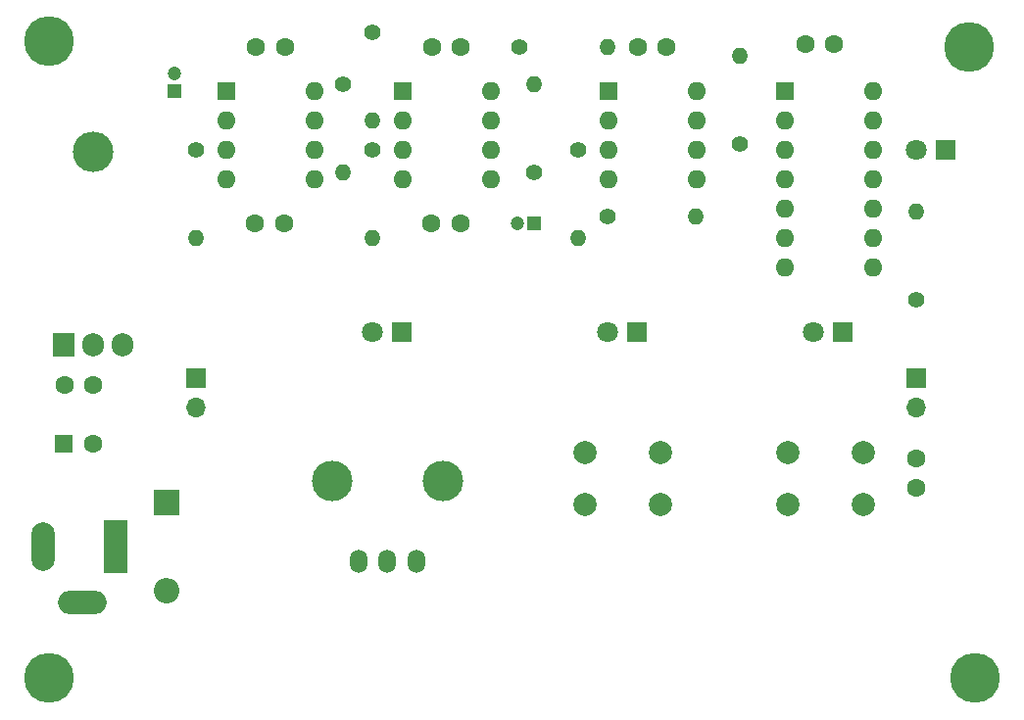
<source format=gts>
%TF.GenerationSoftware,KiCad,Pcbnew,6.99.0-unknown-38bd612c01~148~ubuntu21.10.1*%
%TF.CreationDate,2022-03-28T19:56:38+02:00*%
%TF.ProjectId,clockmodule,636c6f63-6b6d-46f6-9475-6c652e6b6963,rev?*%
%TF.SameCoordinates,PX47868c0PY17d7840*%
%TF.FileFunction,Soldermask,Top*%
%TF.FilePolarity,Negative*%
%FSLAX46Y46*%
G04 Gerber Fmt 4.6, Leading zero omitted, Abs format (unit mm)*
G04 Created by KiCad (PCBNEW 6.99.0-unknown-38bd612c01~148~ubuntu21.10.1) date 2022-03-28 19:56:38*
%MOMM*%
%LPD*%
G01*
G04 APERTURE LIST*
%ADD10C,1.400000*%
%ADD11O,1.400000X1.400000*%
%ADD12C,2.000000*%
%ADD13O,3.500000X3.500000*%
%ADD14R,1.905000X2.000000*%
%ADD15O,1.905000X2.000000*%
%ADD16R,1.200000X1.200000*%
%ADD17C,1.200000*%
%ADD18R,1.800000X1.800000*%
%ADD19C,1.800000*%
%ADD20C,4.300000*%
%ADD21C,1.600000*%
%ADD22R,2.000000X4.600000*%
%ADD23O,2.000000X4.200000*%
%ADD24O,4.200000X2.000000*%
%ADD25R,1.600000X1.600000*%
%ADD26O,1.600000X1.600000*%
%ADD27R,1.700000X1.700000*%
%ADD28O,1.700000X1.700000*%
%ADD29C,3.500000*%
%ADD30O,1.500000X2.000000*%
%ADD31R,2.200000X2.200000*%
%ADD32O,2.200000X2.200000*%
G04 APERTURE END LIST*
D10*
%TO.C,R9*%
X50720000Y-14360000D03*
D11*
X50719999Y-21979999D03*
%TD*%
D12*
%TO.C,SW2*%
X75316000Y-44980000D03*
X68816000Y-44980000D03*
X75316000Y-40480000D03*
X68816000Y-40480000D03*
%TD*%
D13*
%TO.C,U3*%
X8819999Y-14559999D03*
D14*
X6279999Y-31219999D03*
D15*
X8819999Y-31219999D03*
X11359999Y-31219999D03*
%TD*%
D16*
%TO.C,C2*%
X15804999Y-9289999D03*
D17*
X15805000Y-7790000D03*
%TD*%
D18*
%TO.C,D2*%
X35489999Y-30069999D03*
D19*
X32950000Y-30070000D03*
%TD*%
D20*
%TO.C,H3*%
X84500000Y-5500000D03*
%TD*%
D21*
%TO.C,C10*%
X40530000Y-20720000D03*
X38030000Y-20720000D03*
%TD*%
D10*
%TO.C,R10*%
X53270000Y-20085000D03*
D11*
X60889999Y-20084999D03*
%TD*%
D20*
%TO.C,H1*%
X5000000Y-60000000D03*
%TD*%
D22*
%TO.C,J3*%
X10724999Y-48644999D03*
D23*
X4424999Y-48644999D03*
D24*
X7824999Y-53444999D03*
%TD*%
D21*
%TO.C,C5*%
X25340000Y-5490000D03*
X22840000Y-5490000D03*
%TD*%
D10*
%TO.C,R6*%
X32950000Y-14370000D03*
D11*
X32949999Y-21989999D03*
%TD*%
D25*
%TO.C,C3*%
X6279999Y-39769999D03*
D21*
X8780000Y-39770000D03*
%TD*%
D25*
%TO.C,U6*%
X35499999Y-9299999D03*
D26*
X35499999Y-11839999D03*
X35499999Y-14379999D03*
X35499999Y-16919999D03*
X43119999Y-16919999D03*
X43119999Y-14379999D03*
X43119999Y-11839999D03*
X43119999Y-9299999D03*
%TD*%
D10*
%TO.C,R7*%
X45650000Y-5480000D03*
D11*
X53269999Y-5479999D03*
%TD*%
D21*
%TO.C,C8*%
X79940000Y-41040000D03*
X79940000Y-43540000D03*
%TD*%
D10*
%TO.C,R2*%
X17710000Y-14370000D03*
D11*
X17709999Y-21989999D03*
%TD*%
D10*
%TO.C,R4*%
X79940000Y-27295000D03*
D11*
X79939999Y-19674999D03*
%TD*%
D27*
%TO.C,J1*%
X17709999Y-34054999D03*
D28*
X17709999Y-36594999D03*
%TD*%
D21*
%TO.C,C9*%
X72808000Y-5226000D03*
X70308000Y-5226000D03*
%TD*%
D25*
%TO.C,U7*%
X53279999Y-9299999D03*
D26*
X53279999Y-11839999D03*
X53279999Y-14379999D03*
X53279999Y-16919999D03*
X60899999Y-16919999D03*
X60899999Y-14379999D03*
X60899999Y-11839999D03*
X60899999Y-9299999D03*
%TD*%
D10*
%TO.C,R5*%
X32950000Y-4210000D03*
D11*
X32949999Y-11829999D03*
%TD*%
D29*
%TO.C,RV1*%
X29420000Y-42945000D03*
X39020000Y-42945000D03*
D30*
X31719999Y-49944999D03*
X34219999Y-49944999D03*
X36719999Y-49944999D03*
%TD*%
D18*
%TO.C,D5*%
X73579999Y-30069999D03*
D19*
X71040000Y-30070000D03*
%TD*%
D12*
%TO.C,SW1*%
X51290000Y-40480000D03*
X57790000Y-40480000D03*
X51290000Y-44980000D03*
X57790000Y-44980000D03*
%TD*%
D31*
%TO.C,D1*%
X15169999Y-44849999D03*
D32*
X15169999Y-52469999D03*
%TD*%
D25*
%TO.C,U8*%
X68519999Y-9284999D03*
D26*
X68519999Y-11824999D03*
X68519999Y-14364999D03*
X68519999Y-16904999D03*
X68519999Y-19444999D03*
X68519999Y-21984999D03*
X68519999Y-24524999D03*
X76139999Y-24524999D03*
X76139999Y-21984999D03*
X76139999Y-19444999D03*
X76139999Y-16904999D03*
X76139999Y-14364999D03*
X76139999Y-11824999D03*
X76139999Y-9284999D03*
%TD*%
D20*
%TO.C,H4*%
X5000000Y-5000000D03*
%TD*%
D21*
%TO.C,C1*%
X22790000Y-20720000D03*
X25290000Y-20720000D03*
%TD*%
D27*
%TO.C,J2*%
X79939999Y-34054999D03*
D28*
X79939999Y-36594999D03*
%TD*%
D21*
%TO.C,C7*%
X58340000Y-5470000D03*
X55840000Y-5470000D03*
%TD*%
D25*
%TO.C,U1*%
X20259999Y-9299999D03*
D26*
X20259999Y-11839999D03*
X20259999Y-14379999D03*
X20259999Y-16919999D03*
X27879999Y-16919999D03*
X27879999Y-14379999D03*
X27879999Y-11839999D03*
X27879999Y-9299999D03*
%TD*%
D21*
%TO.C,C4*%
X8820000Y-34690000D03*
X6320000Y-34690000D03*
%TD*%
D16*
%TO.C,C12*%
X46919999Y-20719999D03*
D17*
X45420000Y-20720000D03*
%TD*%
D20*
%TO.C,H2*%
X85000000Y-60000000D03*
%TD*%
D10*
%TO.C,R3*%
X46920000Y-16275000D03*
D11*
X46919999Y-8654999D03*
%TD*%
D18*
%TO.C,D3*%
X82479999Y-14369999D03*
D19*
X79940000Y-14370000D03*
%TD*%
D10*
%TO.C,R1*%
X30410000Y-8655000D03*
D11*
X30409999Y-16274999D03*
%TD*%
D10*
%TO.C,R8*%
X64700000Y-13862000D03*
D11*
X64699999Y-6241999D03*
%TD*%
D21*
%TO.C,C6*%
X40570000Y-5490000D03*
X38070000Y-5490000D03*
%TD*%
D18*
%TO.C,D4*%
X55799999Y-30069999D03*
D19*
X53260000Y-30070000D03*
%TD*%
M02*

</source>
